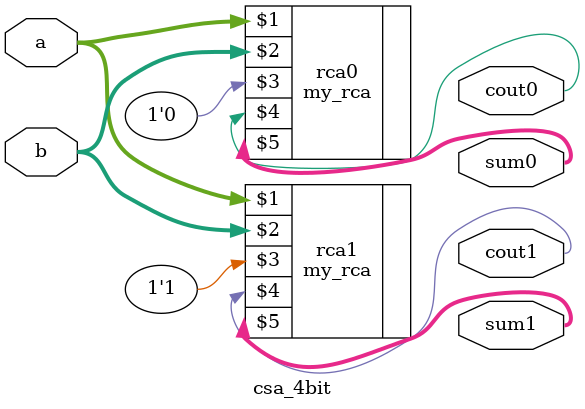
<source format=v>
module csa_4bit(a, b, cout0, cout1, sum0, sum1);
	input [3:0] a, b;
	output cout0, cout1;
	output [3:0] sum0, sum1;
	// o is 1'b0 1 is 1'b1
	my_rca rca0(a, b, 1'b0, cout0, sum0);
	my_rca rca1(a, b, 1'b1, cout1, sum1);
endmodule

</source>
